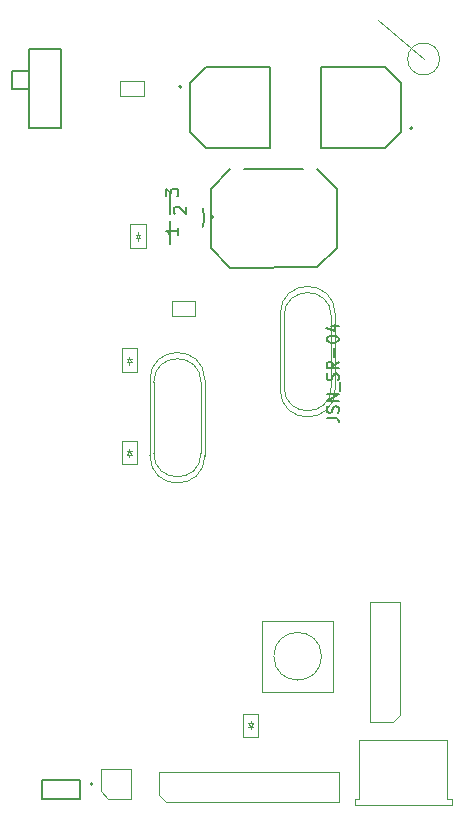
<source format=gbr>
G04 #@! TF.GenerationSoftware,KiCad,Pcbnew,5.1.7-a382d34a8~88~ubuntu18.04.1*
G04 #@! TF.CreationDate,2021-09-05T21:22:39+05:30*
G04 #@! TF.ProjectId,Sensor_PCB_v7,53656e73-6f72-45f5-9043-425f76372e6b,rev?*
G04 #@! TF.SameCoordinates,Original*
G04 #@! TF.FileFunction,Other,Fab,Top*
%FSLAX46Y46*%
G04 Gerber Fmt 4.6, Leading zero omitted, Abs format (unit mm)*
G04 Created by KiCad (PCBNEW 5.1.7-a382d34a8~88~ubuntu18.04.1) date 2021-09-05 21:22:39*
%MOMM*%
%LPD*%
G01*
G04 APERTURE LIST*
%ADD10C,0.127000*%
%ADD11C,0.200000*%
%ADD12C,0.050000*%
%ADD13C,0.100000*%
%ADD14C,0.150000*%
G04 APERTURE END LIST*
D10*
X27891540Y-88805920D02*
X27891540Y-87205920D01*
X27891540Y-87205920D02*
X24691540Y-87205920D01*
X24691540Y-87205920D02*
X24691540Y-88805920D01*
X24691540Y-88805920D02*
X27891540Y-88805920D01*
D11*
X28967540Y-87500320D02*
G75*
G03*
X28967540Y-87500320I-100000J0D01*
G01*
D10*
X35496500Y-37317000D02*
X35496500Y-39284400D01*
X35496500Y-39857000D02*
X35496500Y-41824400D01*
X38299000Y-38784400D02*
G75*
G02*
X38299000Y-40357000I-2548499J-786300D01*
G01*
X40631400Y-43793700D02*
X38981400Y-42143700D01*
X47999400Y-43753700D02*
X40631400Y-43793700D01*
X49649400Y-42103700D02*
X47999400Y-43753700D01*
X49649400Y-37103700D02*
X49649400Y-42103700D01*
X47999400Y-35453700D02*
X49649400Y-37103700D01*
X41815400Y-35453700D02*
X46815400Y-35453700D01*
X38981400Y-37103700D02*
X40631400Y-35453700D01*
X38981400Y-42143700D02*
X38981400Y-37143700D01*
D11*
X39215400Y-39503700D02*
G75*
G03*
X39215400Y-39503700I-100000J0D01*
G01*
X36474800Y-28488700D02*
G75*
G03*
X36474800Y-28488700I-100000J0D01*
G01*
D10*
X38584800Y-26838700D02*
X44024800Y-26838700D01*
X37224800Y-28198700D02*
X38584800Y-26838700D01*
X37224800Y-32278700D02*
X37224800Y-28198700D01*
X38584800Y-33638700D02*
X37224800Y-32278700D01*
X44024800Y-33638700D02*
X38584800Y-33638700D01*
X44024800Y-26838700D02*
X44024800Y-33638700D01*
D12*
X58952600Y-83791000D02*
X51552600Y-83791000D01*
X51152600Y-88791000D02*
X51552600Y-88791000D01*
X51152600Y-89291000D02*
X51152600Y-88791000D01*
X59352600Y-88791000D02*
X58952600Y-88791000D01*
X59352600Y-89291000D02*
X59352600Y-88791000D01*
X51552600Y-83791000D02*
X51552600Y-88791000D01*
X51152600Y-89291000D02*
X59352600Y-89291000D01*
X58952600Y-88791000D02*
X58952600Y-83791000D01*
D13*
X35191700Y-89039700D02*
X34556700Y-88404700D01*
X49796700Y-89039700D02*
X35191700Y-89039700D01*
X49796700Y-86499700D02*
X49796700Y-89039700D01*
X34556700Y-86499700D02*
X49796700Y-86499700D01*
X34556700Y-88404700D02*
X34556700Y-86499700D01*
D10*
X22120700Y-28636000D02*
X23620700Y-28636000D01*
X22120700Y-27136000D02*
X22120700Y-28636000D01*
X23620700Y-27136000D02*
X22120700Y-27136000D01*
X23620700Y-25286000D02*
X26320700Y-25286000D01*
X23620700Y-31986000D02*
X23620700Y-25286000D01*
X26320700Y-31986000D02*
X23620700Y-31986000D01*
X26320700Y-25286000D02*
X26320700Y-31986000D01*
D13*
X32087800Y-59654800D02*
X32087800Y-59854800D01*
X32087800Y-59354800D02*
X32087800Y-59154800D01*
X32287800Y-59354800D02*
X31887800Y-59354800D01*
X31887800Y-59654800D02*
X32287800Y-59654800D01*
X32087800Y-59354800D02*
X31887800Y-59654800D01*
X32287800Y-59654800D02*
X32087800Y-59354800D01*
X31437800Y-58454800D02*
X32737800Y-58454800D01*
X31437800Y-60454800D02*
X31437800Y-58454800D01*
X32737800Y-60454800D02*
X31437800Y-60454800D01*
X32737800Y-58454800D02*
X32737800Y-60454800D01*
X54378900Y-82296000D02*
X52473900Y-82296000D01*
X52473900Y-82296000D02*
X52473900Y-72136000D01*
X52473900Y-72136000D02*
X55013900Y-72136000D01*
X55013900Y-72136000D02*
X55013900Y-81661000D01*
X55013900Y-81661000D02*
X54378900Y-82296000D01*
X29657000Y-88105000D02*
X29657000Y-86200000D01*
X29657000Y-86200000D02*
X32197000Y-86200000D01*
X32197000Y-86200000D02*
X32197000Y-88740000D01*
X32197000Y-88740000D02*
X30292000Y-88740000D01*
X30292000Y-88740000D02*
X29657000Y-88105000D01*
X32809200Y-41299700D02*
X32809200Y-41499700D01*
X32809200Y-40999700D02*
X32809200Y-40799700D01*
X33009200Y-40999700D02*
X32609200Y-40999700D01*
X32609200Y-41299700D02*
X33009200Y-41299700D01*
X32809200Y-40999700D02*
X32609200Y-41299700D01*
X33009200Y-41299700D02*
X32809200Y-40999700D01*
X32159200Y-40099700D02*
X33459200Y-40099700D01*
X32159200Y-42099700D02*
X32159200Y-40099700D01*
X33459200Y-42099700D02*
X32159200Y-42099700D01*
X33459200Y-40099700D02*
X33459200Y-42099700D01*
X58340000Y-26121400D02*
G75*
G03*
X58340000Y-26121400I-1350000J0D01*
G01*
X56990000Y-26121400D02*
X53098494Y-22856039D01*
X45170300Y-47905700D02*
X45170300Y-53905700D01*
X49170300Y-47905700D02*
X49170300Y-53905700D01*
X44845300Y-47705700D02*
X44845300Y-54105700D01*
X49495300Y-47705700D02*
X49495300Y-54105700D01*
X45170300Y-53905700D02*
G75*
G03*
X49170300Y-53905700I2000000J0D01*
G01*
X45170300Y-47905700D02*
G75*
G02*
X49170300Y-47905700I2000000J0D01*
G01*
X44845300Y-54105700D02*
G75*
G03*
X49495300Y-54105700I2325000J0D01*
G01*
X44845300Y-47705700D02*
G75*
G02*
X49495300Y-47705700I2325000J0D01*
G01*
X38466700Y-53298800D02*
X38466700Y-59698800D01*
X33816700Y-53298800D02*
X33816700Y-59698800D01*
X38141700Y-53498800D02*
X38141700Y-59498800D01*
X34141700Y-53498800D02*
X34141700Y-59498800D01*
X33816700Y-53298800D02*
G75*
G02*
X38466700Y-53298800I2325000J0D01*
G01*
X33816700Y-59698800D02*
G75*
G03*
X38466700Y-59698800I2325000J0D01*
G01*
X34141700Y-53498800D02*
G75*
G02*
X38141700Y-53498800I2000000J0D01*
G01*
X34141700Y-59498800D02*
G75*
G03*
X38141700Y-59498800I2000000J0D01*
G01*
X48341264Y-76690700D02*
G75*
G03*
X48341264Y-76690700I-2015564J0D01*
G01*
X49325700Y-79690700D02*
X46325700Y-79690700D01*
X49325700Y-73690700D02*
X49325700Y-79690700D01*
X43325700Y-73690700D02*
X49325700Y-73690700D01*
X43325700Y-79690700D02*
X43325700Y-73690700D01*
X46325700Y-79690700D02*
X43325700Y-79690700D01*
D11*
X56036500Y-31988700D02*
G75*
G03*
X56036500Y-31988700I-100000J0D01*
G01*
D10*
X53726500Y-33638700D02*
X48286500Y-33638700D01*
X55086500Y-32278700D02*
X53726500Y-33638700D01*
X55086500Y-28198700D02*
X55086500Y-32278700D01*
X53726500Y-26838700D02*
X55086500Y-28198700D01*
X48286500Y-26838700D02*
X53726500Y-26838700D01*
X48286500Y-33638700D02*
X48286500Y-26838700D01*
D13*
X31308800Y-28028700D02*
X33308800Y-28028700D01*
X33308800Y-28028700D02*
X33308800Y-29268700D01*
X33308800Y-29268700D02*
X31308800Y-29268700D01*
X31308800Y-29268700D02*
X31308800Y-28028700D01*
X32715000Y-50615300D02*
X32715000Y-52615300D01*
X32715000Y-52615300D02*
X31415000Y-52615300D01*
X31415000Y-52615300D02*
X31415000Y-50615300D01*
X31415000Y-50615300D02*
X32715000Y-50615300D01*
X32265000Y-51815300D02*
X32065000Y-51515300D01*
X32065000Y-51515300D02*
X31865000Y-51815300D01*
X31865000Y-51815300D02*
X32265000Y-51815300D01*
X32265000Y-51515300D02*
X31865000Y-51515300D01*
X32065000Y-51515300D02*
X32065000Y-51315300D01*
X32065000Y-51815300D02*
X32065000Y-52015300D01*
X42336700Y-82360200D02*
X42336700Y-82160200D01*
X42336700Y-82660200D02*
X42336700Y-82860200D01*
X42136700Y-82660200D02*
X42536700Y-82660200D01*
X42536700Y-82360200D02*
X42136700Y-82360200D01*
X42336700Y-82660200D02*
X42536700Y-82360200D01*
X42136700Y-82360200D02*
X42336700Y-82660200D01*
X42986700Y-83560200D02*
X41686700Y-83560200D01*
X42986700Y-81560200D02*
X42986700Y-83560200D01*
X41686700Y-81560200D02*
X42986700Y-81560200D01*
X41686700Y-83560200D02*
X41686700Y-81560200D01*
X35675000Y-47866500D02*
X35675000Y-46626500D01*
X37675000Y-47866500D02*
X35675000Y-47866500D01*
X37675000Y-46626500D02*
X37675000Y-47866500D01*
X35675000Y-46626500D02*
X37675000Y-46626500D01*
D14*
X48789340Y-56511034D02*
X49503626Y-56511034D01*
X49646483Y-56558653D01*
X49741721Y-56653891D01*
X49789340Y-56796748D01*
X49789340Y-56891986D01*
X49741721Y-56082462D02*
X49789340Y-55939605D01*
X49789340Y-55701510D01*
X49741721Y-55606272D01*
X49694102Y-55558653D01*
X49598864Y-55511034D01*
X49503626Y-55511034D01*
X49408388Y-55558653D01*
X49360769Y-55606272D01*
X49313150Y-55701510D01*
X49265531Y-55891986D01*
X49217912Y-55987224D01*
X49170293Y-56034843D01*
X49075055Y-56082462D01*
X48979817Y-56082462D01*
X48884579Y-56034843D01*
X48836960Y-55987224D01*
X48789340Y-55891986D01*
X48789340Y-55653891D01*
X48836960Y-55511034D01*
X49789340Y-55082462D02*
X48789340Y-55082462D01*
X49789340Y-54511034D01*
X48789340Y-54511034D01*
X49884579Y-54272939D02*
X49884579Y-53511034D01*
X49741721Y-53320558D02*
X49789340Y-53177700D01*
X49789340Y-52939605D01*
X49741721Y-52844367D01*
X49694102Y-52796748D01*
X49598864Y-52749129D01*
X49503626Y-52749129D01*
X49408388Y-52796748D01*
X49360769Y-52844367D01*
X49313150Y-52939605D01*
X49265531Y-53130081D01*
X49217912Y-53225320D01*
X49170293Y-53272939D01*
X49075055Y-53320558D01*
X48979817Y-53320558D01*
X48884579Y-53272939D01*
X48836960Y-53225320D01*
X48789340Y-53130081D01*
X48789340Y-52891986D01*
X48836960Y-52749129D01*
X49789340Y-51749129D02*
X49313150Y-52082462D01*
X49789340Y-52320558D02*
X48789340Y-52320558D01*
X48789340Y-51939605D01*
X48836960Y-51844367D01*
X48884579Y-51796748D01*
X48979817Y-51749129D01*
X49122674Y-51749129D01*
X49217912Y-51796748D01*
X49265531Y-51844367D01*
X49313150Y-51939605D01*
X49313150Y-52320558D01*
X49408388Y-51320558D02*
X49408388Y-50558653D01*
X48789340Y-49891986D02*
X48789340Y-49796748D01*
X48836960Y-49701510D01*
X48884579Y-49653891D01*
X48979817Y-49606272D01*
X49170293Y-49558653D01*
X49408388Y-49558653D01*
X49598864Y-49606272D01*
X49694102Y-49653891D01*
X49741721Y-49701510D01*
X49789340Y-49796748D01*
X49789340Y-49891986D01*
X49741721Y-49987224D01*
X49694102Y-50034843D01*
X49598864Y-50082462D01*
X49408388Y-50130081D01*
X49170293Y-50130081D01*
X48979817Y-50082462D01*
X48884579Y-50034843D01*
X48836960Y-49987224D01*
X48789340Y-49891986D01*
X49122674Y-48701510D02*
X49789340Y-48701510D01*
X48741721Y-48939605D02*
X49456007Y-49177700D01*
X49456007Y-48558653D01*
X35933119Y-39221414D02*
X35885500Y-39173795D01*
X35837880Y-39078557D01*
X35837880Y-38840461D01*
X35885500Y-38745223D01*
X35933119Y-38697604D01*
X36028357Y-38649985D01*
X36123595Y-38649985D01*
X36266452Y-38697604D01*
X36837880Y-39269033D01*
X36837880Y-38649985D01*
X35202880Y-37745033D02*
X35202880Y-37125985D01*
X35583833Y-37459319D01*
X35583833Y-37316461D01*
X35631452Y-37221223D01*
X35679071Y-37173604D01*
X35774309Y-37125985D01*
X36012404Y-37125985D01*
X36107642Y-37173604D01*
X36155261Y-37221223D01*
X36202880Y-37316461D01*
X36202880Y-37602176D01*
X36155261Y-37697414D01*
X36107642Y-37745033D01*
X36202880Y-40427985D02*
X36202880Y-40999414D01*
X36202880Y-40713700D02*
X35202880Y-40713700D01*
X35345738Y-40808938D01*
X35440976Y-40904176D01*
X35488595Y-40999414D01*
M02*

</source>
